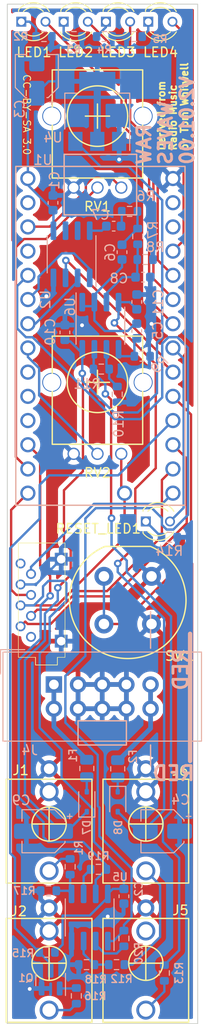
<source format=kicad_pcb>
(kicad_pcb (version 20221018) (generator pcbnew)
  (title_block (title "Raw Waves v2") (company "Sherpa Modular"))
  (layers (0 "F.Cu" signal) (31 "B.Cu" signal) (34 "B.Paste" user) (35 "F.Paste" user) (36 "B.SilkS" user "B.Silkscreen") (37 "F.SilkS" user "F.Silkscreen") (38 "B.Mask" user) (39 "F.Mask" user) (44 "Edge.Cuts" user))
  (net 0 "")
  (net 1 "GND")
  (net 4 "Net-(LED1-K)")
  (net 5 "5.0V")
  (net 9 "DAC_RIGHT_OUT")
  (net 10 "Net-(J1-Pad3)")
  (net 13 "Net-(J3-CLK)")
  (net 15 "Net-(U1-14_A0_TX3_SPDIF_OUT)")
  (net 16 "DAC_DATA_IN")
  (net 17 "DAC_WORD_SELECT")
  (net 18 "DAC_BIT_CLOCK")
  (net 20 "Net-(LED2-K)")
  (net 21 "Net-(J3-DAT3{slash}CD)")
  (net 23 "Net-(U6A--)")
  (net 24 "Net-(U6B-+)")
  (net 25 "Net-(C6-Pad1)")
  (net 26 "Net-(J6-Pad3)")
  (net 27 "Net-(C7-Pad2)")
  (net 28 "Net-(U6A-+)")
  (net 29 "Net-(U6B--)")
  (net 30 "Net-(R11-Pad1)")
  (net 31 "3.3V")
  (net 32 "Net-(U5B-+)")
  (net 33 "RESET_CV_PROTECTED")
  (net 34 "Net-(LED3-K)")
  (net 36 "Net-(J3-CMD)")
  (net 37 "+12V")
  (net 38 "-12V")
  (net 40 "Net-(J5-Pad3)")
  (net 41 "Net-(Q1-B)")
  (net 42 "Net-(J2-Pad3)")
  (net 43 "Net-(U5A-+)")
  (net 44 "Net-(U5B--)")
  (net 45 "STATION_CV_PROTECTED")
  (net 46 "Net-(U5A--)")
  (net 47 "START_CV_PROTECTED")
  (net 48 "Net-(U1-19_A5_SCL0)")
  (net 49 "Net-(D7-A)")
  (net 50 "Net-(D8-K)")
  (net 51 "Net-(F1-Pad2)")
  (net 52 "Net-(F2-Pad2)")
  (net 53 "Net-(J3-DAT0)")
  (net 54 "Net-(LED4-K)")
  (net 55 "LED1")
  (net 56 "Net-(RESET_LED1-K)")
  (net 57 "LED2")
  (net 58 "LED3")
  (net 59 "LED4")
  (net 60 "LED_RESET")
  (net 61 "RESET_BUTTON")
  (footprint "Eurocad:Alpha9mmPot" (layer "F.Cu") (at 99.47 56.75)
    (fp_text reference "RV1")
    (fp_text value "R_STATION")
  )
  (footprint "LED_THT:LED_D3.0mm" (layer "F.Cu") (at 97.19 46.84)
    (fp_text reference "LED2")
    (fp_text value "LED2" hide)
  )
  (footprint "sdcard:YAMAICHI_MICROSD_VERTICAL" (layer "F.Cu") (at 92.49 107.55 90)
    (fp_text reference "J3" hide)
    (fp_text value "Micro_SD_Card" hide)
  )
  (footprint "LED_THT:LED_D3.0mm" (layer "F.Cu") (at 106.08 46.84)
    (fp_text reference "LED4")
    (fp_text value "LED4" hide)
  )
  (footprint "LED_THT:LED_D3.0mm" (layer "F.Cu") (at 92.74 46.84)
    (fp_text reference "LED1")
    (fp_text value "LED1" hide)
  )
  (footprint "Eurocad:PJ301M-12_Compact" (layer "F.Cu") (at 94.39 145.65 180)
    (fp_text reference "J2")
    (fp_text value "RESET-CV")
  )
  (footprint "Eurocad:PJ301M-12_Compact" (layer "F.Cu") (at 94.39 131.04 180)
    (fp_text reference "J1")
    (fp_text value "STATION_CV")
  )
  (footprint "LED_THT:LED_D3.0mm" (layer "F.Cu") (at 105.82 99.29)
    (fp_text reference "RESET_LED1")
    (fp_text value "RESET_LED" hide)
  )
  (footprint "Eurocad:PJ301M-12_Compact" (layer "F.Cu") (at 104.55 131.04 180)
    (fp_text reference "J6")
    (fp_text value "START_CV")
  )
  (footprint "Button_Switch_THT:Push_E-Switch_KS01Q01" (layer "F.Cu") (at 102.65 107.55 180)
    (fp_text reference "SW1")
    (fp_text value "SW_DIP_x01" hide)
  )
  (footprint "Eurocad:Alpha9mmPot" (layer "F.Cu") (at 99.47 84.69)
    (fp_text reference "RV2")
    (fp_text value "R_START")
  )
  (footprint "Eurocad:PJ301M-12_Compact" (layer "F.Cu") (at 104.55 145.65 180)
    (fp_text reference "J5")
    (fp_text value "OUTPUT")
  )
  (footprint "LED_THT:LED_D3.0mm" (layer "F.Cu") (at 101.63 46.84)
    (fp_text reference "LED3")
    (fp_text value "LED3" hide)
  )
  (footprint "Resistor_SMD:R_0603_1608Metric" (layer "B.Cu") (at 100.2 48.4)
    (fp_text reference "R4")
    (fp_text value "10k" hide)
  )
  (footprint "Capacitor_SMD:CP_Elec_4x5.4" (layer "B.Cu") (at 93.1 52.55 90)
    (fp_text reference "C3")
    (fp_text value "10uF" hide)
  )
  (footprint "Capacitor_SMD:C_0603_1608Metric" (layer "B.Cu") (at 103.6 76.25 90)
    (fp_text reference "C11")
    (fp_text value "100nF" hide)
  )
  (footprint "Resistor_SMD:R_0603_1608Metric" (layer "B.Cu") (at 101.55 85.95 -90)
    (fp_text reference "R10")
    (fp_text value "10k" hide)
  )
  (footprint "Resistor_SMD:R_0603_1608Metric" (layer "B.Cu") (at 97.25 149.075 -90)
    (fp_text reference "R16")
    (fp_text value "100k" hide)
  )
  (footprint "Resistor_SMD:R_0603_1608Metric" (layer "B.Cu") (at 99.575 135.8)
    (fp_text reference "R19")
    (fp_text value "100k" hide)
  )
  (footprint "Resistor_SMD:R_0603_1608Metric" (layer "B.Cu") (at 104.475 71.8 180)
    (fp_text reference "R8")
    (fp_text value "100k" hide)
  )
  (footprint "Resistor_SMD:R_0603_1608Metric" (layer "B.Cu") (at 94.325 138.05 180)
    (fp_text reference "R17")
    (fp_text value "200k" hide)
  )
  (footprint "Diode_SMD:D_SOD-323" (layer "B.Cu") (at 101.6 128.7 -90)
    (fp_text reference "D8")
    (fp_text value "1N5819" hide)
  )
  (footprint "teensy:Teensy4.0-RawWavesV2" (layer "B.Cu") (at 99.78 79.81 -90)
    (fp_text reference "U1")
    (fp_text value "Teensy4.0")
  )
  (footprint "Capacitor_SMD:C_0603_1608Metric" (layer "B.Cu") (at 102.25 138.625 90)
    (fp_text reference "C2")
    (fp_text value "100nF" hide)
  )
  (footprint "Resistor_SMD:R_0603_1608Metric" (layer "B.Cu") (at 106.5 146.675 90)
    (fp_text reference "R13")
    (fp_text value "1k" hide)
  )
  (footprint "Resistor_SMD:R_0805_2012Metric" (layer "B.Cu") (at 101.6 125.25 90)
    (fp_text reference "F2")
    (fp_text value "Polyfuse_Small" hide)
  )
  (footprint "Package_SO:SOIC-8_3.9x4.9mm_P1.27mm" (layer "B.Cu") (at 96.75 71.25 90)
    (fp_text reference "U2")
    (fp_text value "PT8211" hide)
  )
  (footprint "Resistor_SMD:R_0603_1608Metric" (layer "B.Cu") (at 99.875 83.3)
    (fp_text reference "R11")
    (fp_text value "120k")
  )
  (footprint "Resistor_SMD:R_0603_1608Metric" (layer "B.Cu") (at 101.475 145.8 180)
    (fp_text reference "R12")
    (fp_text value "100k" hide)
  )
  (footprint "Resistor_SMD:R_0805_2012Metric" (layer "B.Cu") (at 98.35 125.2125 90)
    (fp_text reference "F1")
    (fp_text value "Polyfuse_Small" hide)
  )
  (footprint "Package_SO:SOIC-8_3.9x4.9mm_P1.27mm" (layer "B.Cu") (at 98.65 140.85 90)
    (fp_text reference "U5")
    (fp_text value "MCP6002-xSN" hide)
  )
  (footprint "Resistor_SMD:R_0603_1608Metric" (layer "B.Cu") (at 96.6 135.525 -90)
    (fp_text reference "R1")
    (fp_text value "100k" hide)
  )
  (footprint "Resistor_SMD:R_0603_1608Metric" (layer "B.Cu") (at 103.7 69.375 -90)
    (fp_text reference "R7")
    (fp_text value "5.6k" hide)
  )
  (footprint "Package_TO_SOT_SMD:SOT-223-3_TabPin2" (layer "B.Cu") (at 99.45 56.25 90)
    (fp_text reference "U4")
    (fp_text value "LM1117MP-5.0" hide)
  )
  (footprint "Package_TO_SOT_SMD:SOT-23" (layer "B.Cu") (at 94.55 147.3625 90)
    (fp_text reference "Q1")
    (fp_text value "MMBT3904" hide)
  )
  (footprint "Resistor_SMD:R_0603_1608Metric" (layer "B.Cu") (at 102.25 143.05 90)
    (fp_text reference "R20")
    (fp_text value "100k" hide)
  )
  (footprint "Package_SO:SOIC-8_3.9x4.9mm_P1.27mm" (layer "B.Cu") (at 99.78 78.75 -90)
    (fp_text reference "U6")
    (fp_text value "TL072" hide)
  )
  (footprint "Resistor_SMD:R_0603_1608Metric" (layer "B.Cu") (at 94.175 144.5 180)
    (fp_text reference "R15")
    (fp_text value "10k" hide)
  )
  (footprint "Capacitor_SMD:C_0603_1608Metric" (layer "B.Cu") (at 96.05 79.45 -90)
    (fp_text reference "C10")
    (fp_text value "100nF" hide)
  )
  (footprint "Capacitor_SMD:CP_Elec_4x5.4" (layer "B.Cu") (at 93.8 131.8 180)
    (fp_text reference "C9")
    (fp_text value "10uF" hide)
  )
  (footprint "Capacitor_SMD:C_0603_1608Metric" (layer "B.Cu") (at 104.25 73.65 180)
    (fp_text reference "C8")
    (fp_text value "1nF" hide)
  )
  (footprint "Diode_SMD:D_SOD-323" (layer "B.Cu") (at 98.35 128.7 90)
    (fp_text reference "D7")
    (fp_text value "1N5819" hide)
  )
  (footprint "Capacitor_SMD:C_0603_1608Metric" (layer "B.Cu") (at 94.8 65.85 90)
    (fp_text reference "C1")
    (fp_text value "100nf" hide)
  )
  (footprint "Resistor_SMD:R_0603_1608Metric" (layer "B.Cu") (at 93.85 48.4)
    (fp_text reference "R2")
    (fp_text value "10k" hide)
  )
  (footprint "Resistor_SMD:R_0603_1608Metric" (layer "B.Cu") (at 103.35 48.4 180)
    (fp_text reference "R5")
    (fp_text value "10k" hide)
  )
  (footprint "Capacitor_SMD:C_0603_1608Metric" (layer "B.Cu") (at 101.175 68.3)
    (fp_text reference "C7")
    (fp_text value "100nF" hide)
  )
  (footprint "Resistor_SMD:R_0603_1608Metric" (layer "B.Cu") (at 102.85 66.75)
    (fp_text reference "R6")
    (fp_text value "5.6k" hide)
  )
  (footprint "Capacitor_SMD:CP_Elec_4x5.4" (layer "B.Cu") (at 106.3 131.8 180)
    (fp_text reference "C4")
    (fp_text value "10uF" hide)
  )
  (footprint "Resistor_SMD:R_0603_1608Metric" (layer "B.Cu") (at 104.175 81.95)
    (fp_text reference "R9")
    (fp_text value "330k" hide)
  )
  (footprint "Capacitor_SMD:C_0603_1608Metric" (layer "B.Cu") (at 102.05 71.025 -90)
    (fp_text reference "C6")
    (fp_text value "1nF" hide)
  )
  (footprint "Eurocad:Eurorack_power_header" (layer "B.Cu") (at 94.89 116.4 -90)
    (fp_text reference "J4")
    (fp_text value "EURO_PWR_2x5" hide)
  )
  (footprint "Capacitor_SMD:C_0603_1608Metric" (layer "B.Cu") (at 103.6 79.3 -90)
    (fp_text reference "C5")
    (fp_text value "100nF" hide)
  )
  (footprint "Resistor_SMD:R_0603_1608Metric" (layer "B.Cu") (at 107.025 100.95)
    (fp_text reference "R14")
    (fp_text value "10k" hide)
  )
  (footprint "Resistor_SMD:R_0603_1608Metric" (layer "B.Cu") (at 98.325 145.8 180)
    (fp_text reference "R18")
    (fp_text value "200k" hide)
  )
  (footprint "Resistor_SMD:R_0603_1608Metric" (layer "B.Cu") (at 97 48.4)
    (fp_text reference "R3")
    (fp_text value "10k" hide)
  )
  (gr_line (start 109.2 111.075) (end 109.2 124.425) (stroke (width 0.45)) (layer "B.SilkS"))
  (gr_rect locked (start 90 45) (end 110 152) (stroke (width 0.1)) (fill none) (layer "Edge.Cuts"))
  (gr_text "RED" (at 109.1 112.45 90) (layer "B.SilkS") (effects (font (size 1.5 1.5) (thickness 0.3) bold) (justify left bottom mirror)))
  (gr_text "RED" (at 109.85 126.6) (layer "B.SilkS") (effects (font (size 1.5 1.5) (thickness 0.3) bold) (justify left bottom mirror)))
  (gr_text "RAW\nWAVES\nV2.01.00" (at 109.7 62 90) (layer "B.SilkS") (effects (font (size 1.4 1.4) (thickness 0.3) bold) (justify right bottom mirror)))
  (gr_text "CC-BY-SA 3.0" (at 91.6 52.3 270) (layer "F.SilkS") (effects (font (size 0.75 0.75) (thickness 0.1)) (justify left bottom)))
  (gr_text "Derived from\nRadio Music\nby Tom Whitwell" (at 109.05 60.45 90) (layer "F.SilkS") (effects (font (size 0.75 0.75) (thickness 0.1875) bold) (justify left bottom)))
  (via (at 92.35 148.35) (size 0.8) (drill 0.4) (layers "F.Cu" "B.Cu") (net 1))
  (via (at 101.75 61.3) (size 0.8) (drill 0.4) (layers "F.Cu" "B.Cu") (net 1))
  (via (at 100.55 140.75) (size 0.8) (drill 0.4) (layers "F.Cu" "B.Cu") (net 1))
  (via (at 97.85 78.7) (size 0.8) (drill 0.4) (layers "F.Cu" "B.Cu") (net 1))
  (via (at 94.1 75.65) (size 0.8) (drill 0.4) (layers "F.Cu" "B.Cu") (net 1))
  (via (at 105.15 78.55) (size 0.8) (drill 0.4) (layers "F.Cu" "B.Cu") (net 1))
  (segment (start 94.675 48.4) (end 94.675 49.175) (width 0.5) (layer "B.Cu") (net 1))
  (segment (start 102.51 118.94) (end 99.97 118.94) (width 0.5) (layer "B.Cu") (net 1))
  (segment (start 102.51 116.4) (end 99.97 116.4) (width 0.5) (layer "B.Cu") (net 1))
  (segment (start 97.43 118.94) (end 99.97 118.94) (width 0.5) (layer "B.Cu") (net 1))
  (segment (start 99.97 116.4) (end 99.97 118.94) (width 0.5) (layer "B.Cu") (net 1))
  (segment (start 97.43 116.4) (end 97.43 118.94) (width 0.5) (layer "B.Cu") (net 1))
  (segment (start 95.66 103.25) (end 93.01 105.9) (width 0.25) (layer "B.Cu") (net 1))
  (segment (start 94.675 49.175) (end 93.1 50.75) (width 0.5) (layer "B.Cu") (net 1))
  (segment (start 93.01 105.9) (end 91.39 105.9) (width 0.25) (layer "B.Cu") (net 1))
  (segment (start 102.51 116.4) (end 102.51 118.94) (width 0.5) (layer "B.Cu") (net 1))
  (segment (start 97.43 116.4) (end 99.97 116.4) (width 0.5) (layer "B.Cu") (net 1))
  (segment (start 91.47 46.84) (end 92.34 46.84) (width 0.25) (layer "B.Cu") (net 4))
  (segment (start 92.34 46.84) (end 93.025 47.525) (width 0.25) (layer "B.Cu") (net 4))
  (segment (start 93.025 47.525) (end 93.025 48.4) (width 0.25) (layer "B.Cu") (net 4))
  (segment (start 92.16 55.29) (end 93.1 54.35) (width 0.25) (layer "B.Cu") (net 5))
  (segment (start 92.16 63.3) (end 92.16 55.29) (width 0.25) (layer "B.Cu") (net 5))
  (segment (start 93.1 54.35) (end 94.35 53.1) (width 0.25) (layer "B.Cu") (net 5))
  (segment (start 92.16 63.985) (end 92.16 63.3) (width 0.25) (layer "B.Cu") (net 5))
  (segment (start 99.45 59.4) (end 99.45 53.1) (width 0.75) (layer "B.Cu") (net 5))
  (segment (start 94.845 68.775) (end 94.845 66.67) (width 0.25) (layer "B.Cu") (net 5))
  (segment (start 94.8 66.625) (end 92.16 63.985) (width 0.25) (layer "B.Cu") (net 5))
  (segment (start 94.845 66.67) (end 94.8 66.625) (width 0.25) (layer "B.Cu") (net 5))
  (segment (start 94.35 53.1) (end 99.45 53.1) (width 0.25) (layer "B.Cu") (net 5))
  (segment (start 99.925 68.775) (end 100.4 68.3) (width 0.25) (layer "B.Cu") (net 9))
  (segment (start 98.655 68.775) (end 99.925 68.775) (width 0.25) (layer "B.Cu") (net 9))
  (segment (start 94.39 135.96) (end 95.65 134.7) (width 0.25) (layer "B.Cu") (net 10))
  (segment (start 95.65 134.7) (end 96.6 134.7) (width 0.25) (layer "B.Cu") (net 10))
  (segment (start 90.4 106.45) (end 90.4 98.08) (width 0.25) (layer "F.Cu") (net 13))
  (segment (start 90.95 107) (end 90.4 106.45) (width 0.25) (layer "F.Cu") (net 13))
  (segment (start 90.4 98.08) (end 92.16 96.32) (width 0.25) (layer "F.Cu") (net 13))
  (segment (start 92.49 107) (end 90.95 107) (width 0.25) (layer "F.Cu") (net 13))
  (segment (start 90.9 70.5) (end 90.9 92.52) (width 0.25) (layer "F.Cu") (net 15))
  (segment (start 99.47 64.25) (end 94.07 69.65) (width 0.25) (layer "F.Cu") (net 15))
  (segment (start 90.9 92.52) (end 92.16 93.78) (width 0.25) (layer "F.Cu") (net 15))
  (segment (start 91.75 69.65) (end 90.9 70.5) (width 0.25) (layer "F.Cu") (net 15))
  (segment (start 94.07 69.65) (end 91.75 69.65) (width 0.25) (layer "F.Cu") (net 15))
  (segment (start 97.73 73.38) (end 96.25 71.9) (width 0.25) (layer "F.Cu") (net 16))
  (segment (start 97.73 73.38) (end 106.275 81.925) (width 0.25) (layer "F.Cu") (net 16))
  (segment (start 106.275 81.925) (end 106.275 82.495) (width 0.25) (layer "F.Cu") (net 16))
  (segment (start 106.275 82.495) (end 107.4 83.62) (width 0.25) (layer "F.Cu") (net 16))
  (via (at 96.15 71.9) (size 0.8) (drill 0.4) (layers "F.Cu" "B.Cu") (net 16))
  (segment (start 96.15 73.69) (end 96.115 73.725) (width 0.25) (layer "B.Cu") (net 16))
  (segment (start 96.15 71.9) (end 96.15 73.69) (width 0.25) (layer "B.Cu") (net 16))
  (segment (start 92.946751 78.54) (end 92.16 78.54) (width 0.25) (layer "B.Cu") (net 17))
  (segment (start 97.385 73.725) (end 97.385 74.101751) (width 0.25) (layer "B.Cu") (net 17))
  (segment (start 97.385 74.101751) (end 92.946751 78.54) (width 0.25) (layer "B.Cu") (net 17))
  (segment (start 97 71.15) (end 95.735 71.15) (width 0.25) (layer "B.Cu") (net 18))
  (segment (start 93.285 74.875) (end 92.16 76) (width 0.25) (layer "B.Cu") (net 18))
  (segment (start 95.735 71.15) (end 93.285 73.6) (width 0.25) (layer "B.Cu") (net 18))
  (segment (start 98.655 72.805) (end 97 71.15) (width 0.25) (layer "B.Cu") (net 18))
  (segment (start 93.285 73.6) (end 93.285 74.875) (width 0.25) (layer "B.Cu") (net 18))
  (segment (start 98.655 73.725) (end 98.655 72.805) (width 0.25) (layer "B.Cu") (net 18))
  (segment (start 95.92 46.84) (end 95.92 48.145) (width 0.25) (layer "B.Cu") (net 20))
  (segment (start 95.92 48.145) (end 96.175 48.4) (width 0.25) (layer "B.Cu") (net 20))
  (segment (start 97.448959 107.15) (end 101.176167 107.15) (width 0.25) (layer "F.Cu") (net 21))
  (segment (start 94.548959 110.05) (end 97.448959 107.15) (width 0.25) (layer "F.Cu") (net 21))
  (segment (start 108.85 99.476167) (end 108.85 92.69) (width 0.25) (layer "F.Cu") (net 21))
  (segment (start 92.137918 110.05) (end 94.548959 110.05) (width 0.25) (layer "F.Cu") (net 21))
  (segment (start 101.176167 107.15) (end 108.85 99.476167) (width 0.25) (layer "F.Cu") (net 21))
  (segment (start 108.85 92.69) (end 107.4 91.24) (width 0.25) (layer "F.Cu") (net 21))
  (segment (start 91.888959 109.801041) (end 92.137918 110.05) (width 0.25) (layer "F.Cu") (net 21))
  (segment (start 91.39 110.3) (end 91.888959 109.801041) (width 0.25) (layer "F.Cu") (net 21))
  (segment (start 100.25 79.3) (end 99.145 78.195) (width 0.25) (layer "B.Cu") (net 23))
  (segment (start 99.145 76.7) (end 99.145 75.505) (width 0.25) (layer "B.Cu") (net 23))
  (segment (start 102.05 72.6) (end 99.145 75.505) (width 0.25) (layer "B.Cu") (net 23))
  (segment (start 103.6 78.35) (end 102.65 79.3) (width 0.25) (layer "B.Cu") (net 23))
  (segment (start 97.875 76.7) (end 99.145 76.7) (width 0.25) (layer "B.Cu") (net 23))
  (segment (start 102.65 79.3) (end 100.25 79.3) (width 0.25) (layer "B.Cu") (net 23))
  (segment (start 102.05 71.8) (end 102.05 72.6) (width 0.25) (layer "B.Cu") (net 23))
  (segment (start 99.145 78.195) (end 99.145 76.7) (width 0.25) (layer "B.Cu") (net 23))
  (segment (start 103.35 81.95) (end 103.35 80.5) (width 0.25) (layer "B.Cu") (net 24))
  (segment (start 103.35 81.95) (end 101.985 81.95) (width 0.25) (layer "B.Cu") (net 24))
  (segment (start 103.35 80.5) (end 103.6 80.25) (width 0.25) (layer "B.Cu") (net 24))
  (segment (start 101.985 81.95) (end 101.685 81.65) (width 0.25) (layer "B.Cu") (net 24))
  (segment (start 102.05 70.25) (end 102.05 70.2) (width 0.25) (layer "B.Cu") (net 25))
  (segment (start 102.05 70.2) (end 103.7 68.55) (width 0.25) (layer "B.Cu") (net 25))
  (segment (start 103.675 66.75) (end 103.675 68.525) (width 0.25) (layer "B.Cu") (net 25))
  (segment (start 103.675 68.525) (end 103.7 68.55) (width 0.25) (layer "B.Cu") (net 25))
  (segment (start 106.05 142.9) (end 103.15 145.8) (width 0.25) (layer "B.Cu") (net 26))
  (segment (start 106.05 137.46) (end 106.05 142.9) (width 0.25) (layer "B.Cu") (net 26))
  (segment (start 103.15 145.8) (end 102.3 145.8) (width 0.25) (layer "B.Cu") (net 26))
  (segment (start 104.55 135.96) (end 106.05 137.46) (width 0.25) (layer "B.Cu") (net 26))
  (segment (start 102.025 66.75) (end 102.025 68.225) (width 0.25) (layer "B.Cu") (net 27))
  (segment (start 102.025 68.225) (end 101.95 68.3) (width 0.25) (layer "B.Cu") (net 27))
  (segment (start 100.415 75.353) (end 102.118 73.65) (width 0.25) (layer "B.Cu") (net 28))
  (segment (start 100.415 76.275) (end 100.415 75.353) (width 0.25) (layer "B.Cu") (net 28))
  (segment (start 103.65 71.8) (end 103.65 73.475) (width 0.25) (layer "B.Cu") (net 28))
  (segment (start 102.118 73.65) (end 103.475 73.65) (width 0.25) (layer "B.Cu") (net 28))
  (segment (start 103.7 71.75) (end 103.65 71.8) (width 0.25) (layer "B.Cu") (net 28))
  (segment (start 103.65 73.475) (end 103.475 73.65) (width 0.25) (layer "B.Cu") (net 28))
  (segment (start 103.65 73.3) (end 103.3 73.65) (width 0.25) (layer "B.Cu") (net 28))
  (segment (start 103.7 70.2) (end 103.7 71.75) (width 0.25) (layer "B.Cu") (net 28))
  (segment (start 100.415 81.65) (end 100.415 83.34) (width 0.25) (layer "B.Cu") (net 29))
  (segment (start 100.7 83.3) (end 100.7 84.275) (width 0.25) (layer "B.Cu") (net 29))
  (segment (start 100.7 84.275) (end 101.55 85.125) (width 0.25) (layer "B.Cu") (net 29))
  (segment (start 100.415 83.34) (end 100.725 83.65) (width 0.25) (layer "B.Cu") (net 29))
  (segment (start 100.905 86.505) (end 100.3 85.9) (width 0.25) (layer "F.Cu") (net 30))
  (segment (start 100.95 98.95) (end 100.905 98.905) (width 0.25) (layer "F.Cu") (net 30))
  (segment (start 100.905 98.905) (end 100.905 86.505) (width 0.25) (layer "F.Cu") (net 30))
  (via (at 100.95 98.95) (size 0.8) (drill 0.4) (layers "F.Cu" "B.Cu") (net 30))
  (via (at 100.3 85.9) (size 0.8) (drill 0.4) (layers "F.Cu" "B.Cu") (net 30))
  (segment (start 107.2 109.25) (end 107.2 129.75) (width 0.25) (layer "B.Cu") (net 30))
  (segment (start 100.95 98.95) (end 100.95 101.8) (width 0.25) (layer "B.Cu") (net 30))
  (segment (start 100.3 84.875) (end 100.3 85.9) (width 0.25) (layer "B.Cu") (net 30))
  (segment (start 99.075 83.65) (end 99.075 81.72) (width 0.25) (layer "B.Cu") (net 30))
  (segment (start 99.075 83.65) (end 100.3 84.875) (width 0.25) (layer "B.Cu") (net 30))
  (segment (start 107.2 129.75) (end 106.35 130.6) (width 0.25) (layer "B.Cu") (net 30))
  (segment (start 102.55 104.6) (end 107.2 109.25) (width 0.25) (layer "B.Cu") (net 30))
  (segment (start 108.05 134.6) (end 108.05 144.3) (width 0.25) (layer "B.Cu") (net 30))
  (segment (start 106.35 132.9) (end 108.05 134.6) (width 0.25) (layer "B.Cu") (net 30))
  (segment (start 102.55 103.4) (end 102.55 104.6) (width 0.25) (layer "B.Cu") (net 30))
  (segment (start 106.35 130.6) (end 106.35 132.9) (width 0.25) (layer "B.Cu") (net 30))
  (segment (start 99.075 81.72) (end 99.145 81.65) (width 0.25) (layer "B.Cu") (net 30))
  (segment (start 108.05 144.3) (end 106.5 145.85) (width 0.25) (layer "B.Cu") (net 30))
  (segment (start 100.95 101.8) (end 102.55 103.4) (width 0.25) (layer "B.Cu") (net 30))
  (segment (start 91.39 108.1) (end 95.226167 108.1) (width 0.25) (layer "F.Cu") (net 31))
  (segment (start 98.25 64.55) (end 94.45 68.35) (width 0.25) (layer "F.Cu") (net 31))
  (segment (start 94.45 68.35) (end 92.19 68.35) (width 0.25) (layer "F.Cu") (net 31))
  (segment (start 100.77 63.05) (end 99.15 63.05) (width 0.25) (layer "F.Cu") (net 31))
  (segment (start 102.32 101.006167) (end 102.32 96.32) (width 0.25) (layer "F.Cu") (net 31))
  (segment (start 99.15 63.05) (end 98.25 63.95) (width 0.25) (layer "F.Cu") (net 31))
  (segment (start 101.97 92.19) (end 101.97 95.97) (width 0.25) (layer "F.Cu") (net 31))
  (segment (start 101.97 64.25) (end 100.77 63.05) (width 0.25) (layer "F.Cu") (net 31))
  (segment (start 92.19 68.35) (end 92.16 68.38) (width 0.25) (layer "F.Cu") (net 31))
  (segment (start 95.226167 108.1) (end 102.32 101.006167) (width 0.25) (layer "F.Cu") (net 31))
  (segment (start 101.97 95.97) (end 102.32 96.32) (width 0.25) (layer "F.Cu") (net 31))
  (segment (start 98.25 63.95) (end 98.25 64.55) (width 0.25) (layer "F.Cu") (net 31))
  (segment (start 102.25 137.85) (end 102.25 136.05) (width 0.25) (layer "B.Cu") (net 31))
  (segment (start 93.75 107.15) (end 92.8 108.1) (width 0.25) (layer "B.Cu") (net 31))
  (segment (start 99.1 132.9) (end 99.1 129.581282) (width 0.25) (layer "B.Cu") (net 31))
  (segment (start 94.45 112.1) (end 94.45 109.35) (width 0.25) (layer "B.Cu") (net 31))
  (segment (start 94.45 109.35) (end 96.2 107.6) (width 0.25) (layer "B.Cu") (net 31))
  (segment (start 100.555 138.375) (end 100.555 138.751751) (width 0.25) (layer "B.Cu") (net 31))
  (segment (start 95.7 123.25) (end 93.4 120.95) (width 0.25) (layer "B.Cu") (net 31))
  (segment (start 95.808084 143.691916) (end 95 144.5) (width 0.25) (layer "B.Cu") (net 31))
  (segment (start 92.8 108.1) (end 91.39 108.1) (width 0.25) (layer "B.Cu") (net 31))
  (segment (start 100.555 138.751751) (end 98.656751 140.65) (width 0.25) (layer "B.Cu") (net 31))
  (segment (start 95.975 105.525) (end 94.325 105.525) (width 0.25) (layer "B.Cu") (net 31))
  (segment (start 98.656751 140.65) (end 95.808084 140.65) (width 0.25) (layer "B.Cu") (net 31))
  (segment (start 96.2 107.6) (end 96.2 105.75) (width 0.25) (layer "B.Cu") (net 31))
  (segment (start 102.25 136.05) (end 99.1 132.9) (width 0.25) (layer "B.Cu") (net 31))
  (segment (start 95.808084 140.65) (end 95.808084 143.691916) (width 0.25) (layer "B.Cu") (net 31))
  (segment (start 95.7 126.181282) (end 95.7 123.25) (width 0.25) (layer "B.Cu") (net 31))
  (segment (start 93.75 106.1) (end 93.75 107.15) (width 0.25) (layer "B.Cu") (net 31))
  (segment (start 94.325 105.525) (end 93.75 106.1) (width 0.25) (layer "B.Cu") (net 31))
  (segment (start 96.2 105.75) (end 95.975 105.525) (width 0.25) (layer "B.Cu") (net 31))
  (segment (start 102.25 137.85) (end 101.08 137.85) (width 0.25) (layer "B.Cu") (net 31))
  (segment (start 101.08 137.85) (end 100.555 138.375) (width 0.25) (layer "B.Cu") (net 31))
  (segment (start 93.4 113.15) (end 94.45 112.1) (width 0.25) (layer "B.Cu") (net 31))
  (segment (start 99.1 129.581282) (end 95.7 126.181282) (width 0.25) (layer "B.Cu") (net 31))
  (segment (start 93.4 120.95) (end 93.4 113.15) (width 0.25) (layer "B.Cu") (net 31))
  (segment (start 96.6 136.35) (end 96.6 138.23) (width 0.25) (layer "B.Cu") (net 32))
  (segment (start 96.42 138.05) (end 96.745 138.375) (width 0.25) (layer "B.Cu") (net 32))
  (segment (start 96.6 138.23) (end 96.745 138.375) (width 0.25) (layer "B.Cu") (net 32))
  (segment (start 95.15 138.05) (end 96.42 138.05) (width 0.25) (layer "B.Cu") (net 32))
  (segment (start 93.4 95.45) (end 94.4 94.45) (width 0.25) (layer "B.Cu") (net 33))
  (segment (start 93.35 144.5) (end 90.8 141.95) (width 0.25) (layer "B.Cu") (net 33))
  (segment (start 90.8 134.6) (end 90.3 134.1) (width 0.25) (layer "B.Cu") (net 33))
  (segment (start 90.3 134.1) (end 90.3 102.1) (width 0.25) (layer "B.Cu") (net 33))
  (segment (start 90.3 102.1) (end 93.4 99) (width 0.25) (layer "B.Cu") (net 33))
  (segment (start 94.55 145.7) (end 93.35 144.5) (width 0.25) (layer "B.Cu") (net 33))
  (segment (start 93.4 99) (end 93.4 95.45) (width 0.25) (layer "B.Cu") (net 33))
  (segment (start 94.55 146.425) (end 94.55 145.7) (width 0.25) (layer "B.Cu") (net 33))
  (segment (start 101.65 94.45) (end 107.4 88.7) (width 0.25) (layer "B.Cu") (net 33))
  (segment (start 90.8 141.95) (end 90.8 134.6) (width 0.25) (layer "B.Cu") (net 33))
  (segment (start 94.4 94.45) (end 101.65 94.45) (width 0.25) (layer "B.Cu") (net 33))
  (segment (start 100.36 46.84) (end 100.36 47.415) (width 0.25) (layer "B.Cu") (net 34))
  (segment (start 100.36 47.415) (end 99.375 48.4) (width 0.25) (layer "B.Cu") (net 34))
  (segment (start 92.49 109.2) (end 93.14 108.55) (width 0.25) (layer "F.Cu") (net 36))
  (segment (start 100.473833 106.6) (end 106.24 100.833833) (width 0.25) (layer "F.Cu") (net 36))
  (segment (start 93.14 108.55) (end 95.412563 108.55) (width 0.25) (layer "F.Cu") (net 36))
  (segment (start 106.24 100.833833) (end 106.24 94.94) (width 0.25) (layer "F.Cu") (net 36))
  (segment (start 106.24 94.94) (end 107.4 93.78) (width 0.25) (layer "F.Cu") (net 36))
  (segment (start 97.362563 106.6) (end 100.473833 106.6) (width 0.25) (layer "F.Cu") (net 36))
  (segment (start 95.412563 108.55) (end 97.362563 106.6) (width 0.25) (layer "F.Cu") (net 36))
  (segment (start 96.66 104.89) (end 96.66 102.25) (width 0.25) (layer "F.Cu") (net 37))
  (segment (start 95.3 106.25) (end 96.66 104.89) (width 0.25) (layer "F.Cu") (net 37))
  (segment (start 96.66 102.25) (end 95.95 101.54) (width 0.25) (layer "F.Cu") (net 37))
  (segment (start 95.95 101.54) (end 95.95 96.019009) (width 0.25) (layer "F.Cu") (net 37))
  (segment (start 97.945 94.024009) (end 97.945 83.82) (width 0.25) (layer "F.Cu") (net 37))
  (segment (start 97.945 83.82) (end 97.875 83.75) (width 0.25) (layer "F.Cu") (net 37))
  (segment (start 95.95 96.019009) (end 97.945 94.024009) (width 0.25) (layer "F.Cu") (net 37))
  (via (at 97.875 83.75) (size 0.8) (drill 0.4) (layers "F.Cu" "B.Cu") (net 37))
  (via (at 95.3 106.25) (size 0.8) (drill 0.4) (layers "F.Cu" "B.Cu") (net 37))
  (segment (start 93.028478 112.7) (end 92.986396 112.7) (width 0.25) (layer "B.Cu") (net 37))
  (segment (start 96.05 80.4) (end 96.625 80.4) (width 0.25) (layer "B.Cu") (net 37))
  (segment (start 97.875 84.525) (end 97.875 81.65) (width 0.25) (layer "B.Cu") (net 37))
  (segment (start 91.85 113.836396) (end 91.85 128.05) (width 0.25) (layer "B.Cu") (net 37))
  (segment (start 92.986396 112.7) (end 91.85 113.836396) (width 0.25) (layer "B.Cu") (net 37))
  (segment (start 106.275 65.575) (end 106.275 79.977613) (width 0.25) (layer "B.Cu") (net 37))
  (segment (start 105.725 80.527613) (end 105.725 85.825) (width 0.25) (layer "B.Cu") (net 37))
  (segment (start 103.7 87.85) (end 101.2 87.85) (width 0.25) (layer "B.Cu") (net 37))
  (segment (start 99.8 62.05) (end 102.75 62.05) (width 0.25) (layer "B.Cu") (net 37))
  (segment (start 101.2 87.85) (end 97.875 84.525) (width 0.25) (layer "B.Cu") (net 37))
  (segment (start 98.35 129.75) (end 96.3 131.8) (width 0.25) (layer "B.Cu") (net 37))
  (segment (start 95.3 106.25) (end 95.3 107.6) (width 0.25) (layer "B.Cu") (net 37))
  (segment (start 93.95 111.778478) (end 93.028478 112.7) (width 0.25) (layer "B.Cu") (net 37))
  (segment (start 105.725 85.825) (end 103.7 87.85) (width 0.25) (layer "B.Cu") (net 37))
  (segment (start 97.875 83.75) (end 97.775 83.85) (width 0.25) (layer "B.Cu") (net 37))
  (segment (start 96.3 131.8) (end 95.6 131.8) (width 0.25) (layer "B.Cu") (net 37))
  (segment (start 106.275 79.977613) (end 105.725 80.527613) (width 0.25) (layer "B.Cu") (net 37))
  (segment (start 93.95 108.95) (end 93.95 111.778478) (width 0.25) (layer "B.Cu") (net 37))
  (segment (start 95.3 107.6) (end 93.95 108.95) (width 0.25) (layer "B.Cu") (net 37))
  (segment (start 102.75 62.05) (end 106.275 65.575) (width 0.25) (layer "B.Cu") (net 37))
  (segment (start 96.625 80.4) (end 97.875 81.65) (width 0.25) (layer "B.Cu") (net 37))
  (segment (start 91.85 128.05) (end 95.6 131.8) (width 0.25) (layer "B.Cu") (net 37))
  (segment (start 97.15 59.4) (end 99.8 62.05) (width 0.25) (layer "B.Cu") (net 37))
  (segment (start 97.875 83.75) (end 97.875 81.65) (width 0.25) (layer "B.Cu") (net 37))
  (segment (start 105.595 93.704009) (end 103.445 95.854009) (width 0.25) (layer "F.Cu") (net 38))
  (segment (start 103.445 95.854009) (end 103.445 101.855) (width 0.25) (layer "F.Cu") (net 38))
  (segment (start 105.595 82.795) (end 105.595 93.704009) (width 0.25) (layer "F.Cu") (net 38))
  (segment (start 103.445 101.855) (end 101.65 103.65) (width 0.25) (layer "F.Cu") (net 38))
  (segment (start 101.25 78.45) (end 105.595 82.795) (width 0.25) (layer "F.Cu") (net 38))
  (via (at 101.25 78.45) (size 0.8) (drill 0.4) (layers "F.Cu" "B.Cu") (net 38))
  (via (at 101.6 103.7) (size 0.8) (drill 0.4) (layers "F.Cu" "B.Cu") (net 38))
  (segment (start 101.2 78.45) (end 101.25 78.4) (width 0.25) (layer "B.Cu") (net 38))
  (segment (start 102.85 76.275) (end 103.6 77.025) (width 0.25) (layer "B.Cu") (net 38))
  (segment (start 101.25 78.4) (end 101.25 78.45) (width 0.25) (layer "B.Cu") (net 38))
  (segment (start 101.685 76.7) (end 101.685 77.965) (width 0.25) (layer "B.Cu") (net 38))
  (segment (start 106.475 129.575) (end 104.5 131.55) (width 0.25) (layer "B.Cu") (net 38))
  (segment (start 106.475 109.475) (end 106.475 129.575) (width 0.25) (layer "B.Cu") (net 38))
  (segment (start 101.685 76.275) (end 102.85 76.275) (width 0.25) (layer "B.Cu") (net 38))
  (segment (start 101.25 78.45) (end 101.2 78.45) (width 0.25) (layer "B.Cu") (net 38))
  (segment (start 101.6 129.75) (end 103.65 131.8) (width 0.25) (layer "B.Cu") (net 38))
  (segment (start 101.6 103.7) (end 101.6 104.6) (width 0.25) (layer "B.Cu") (net 38))
  (segment (start 101.6 104.6) (end 106.475 109.475) (width 0.25) (layer "B.Cu") (net 38))
  (segment (start 103.65 131.8) (end 104.5 131.8) (width 0.25) (layer "B.Cu") (net 38))
  (segment (start 101.685 77.965) (end 101.25 78.4) (width 0.25) (layer "B.Cu") (net 38))
  (segment (start 106.5 148.62) (end 104.55 150.57) (width 0.25) (layer "B.Cu") (net 40))
  (segment (start 106.5 147.5) (end 106.5 148.62) (width 0.25) (layer "B.Cu") (net 40))
  (segment (start 97.2 148.3) (end 97.25 148.25) (width 0.25) (layer "B.Cu") (net 41))
  (segment (start 95.5 148.3) (end 97.2 148.3) (width 0.25) (layer "B.Cu") (net 41))
  (segment (start 94.39 150.57) (end 96.58 150.57) (width 0.25) (layer "B.Cu") (net 42))
  (segment (start 96.58 150.57) (end 97.25 149.9) (width 0.25) (layer "B.Cu") (net 42))
  (segment (start 98.015 144.665) (end 99.15 145.8) (width 0.25) (layer "B.Cu") (net 43))
  (segment (start 98.015 143.325) (end 98.015 144.665) (width 0.25) (layer "B.Cu") (net 43))
  (segment (start 99.15 145.8) (end 100.65 145.8) (width 0.25) (layer "B.Cu") (net 43))
  (segment (start 98.75 135.8) (end 98.015 136.535) (width 0.25) (layer "B.Cu") (net 44))
  (segment (start 98.015 136.535) (end 98.015 138.375) (width 0.25) (layer "B.Cu") (net 44))
  (segment (start 93.45 103.95) (end 93.45 92.53) (width 0.25) (layer "F.Cu") (net 45))
  (segment (start 94.5 107.1) (end 94.5 105) (width 0.25) (layer "F.Cu") (net 45))
  (segment (start 93.45 92.53) (end 92.16 91.24) (width 0.25) (layer "F.Cu") (net 45))
  (segment (start 94.5 105) (end 93.45 103.95) (width 0.25) (layer "F.Cu") (net 45))
  (via (at 94.5 107.1) (size 0.8) (drill 0.4) (layers "F.Cu" "B.Cu") (net 45))
  (segment (start 92.8 112.25) (end 92.842082 112.25) (width 0.25) (layer "B.Cu") (net 45))
  (segment (start 93.8 132.413173) (end 93.8 130.836827) (width 0.25) (layer "B.Cu") (net 45))
  (segment (start 100.4 135.35) (end 97.975 132.925) (width 0.25) (layer "B.Cu") (net 45))
  (segment (start 97.975 132.925) (end 94.311827 132.925) (width 0.25) (layer "B.Cu") (net 45))
  (segment (start 91.2 113.85) (end 92.8 112.25) (width 0.25) (layer "B.Cu") (net 45))
  (segment (start 93.8 130.836827) (end 91.2 128.236827) (width 0.25) (layer "B.Cu") (net 45))
  (segment (start 91.2 128.236827) (end 91.2 113.85) (width 0.25) (layer "B.Cu") (net 45))
  (segment (start 100.4 135.8) (end 99.285 136.915) (width 0.25) (layer "B.Cu") (net 45))
  (segment (start 92.842082 112.25) (end 93.5 111.592082) (width 0.25) (layer "B.Cu") (net 45))
  (segment (start 100.4 135.8) (end 100.4 135.35) (width 0.25) (layer "B.Cu") (net 45))
  (segment (start 93.5 111.592082) (end 93.5 108.1) (width 0.25) (layer "B.Cu") (net 45))
  (segment (start 94.311827 132.925) (end 93.8 132.413173) (width 0.25) (layer "B.Cu") (net 45))
  (segment (start 99.285 136.915) (end 99.285 138.375) (width 0.25) (layer "B.Cu") (net 45))
  (segment (start 93.5 108.1) (end 94.5 107.1) (width 0.25) (layer "B.Cu") (net 45))
  (segment (start 99.285 143.701751) (end 100.208249 144.625) (width 0.25) (layer "B.Cu") (net 46))
  (segment (start 101.5 144.625) (end 102.25 143.875) (width 0.25) (layer "B.Cu") (net 46))
  (segment (start 100.208249 144.625) (end 101.5 144.625) (width 0.25) (layer "B.Cu") (net 46))
  (segment (start 99.285 143.325) (end 99.285 143.701751) (width 0.25) (layer "B.Cu") (net 46))
  (segment (start 91.035 79.035) (end 91.035 74.585) (width 0.25) (layer "B.Cu") (net 47))
  (segment (start 104 88.55) (end 101.25 88.55) (width 0.25) (layer "B.Cu") (net 47))
  (segment (start 107.865991 79.955) (end 106.934009 79.955) (width 0.25) (layer "B.Cu") (net 47))
  (segment (start 103.05 140.83) (end 103.05 135.7) (width 0.25) (layer "B.Cu") (net 47))
  (segment (start 91.955 79.955) (end 91.035 79.035) (width 0.25) (layer "B.Cu") (net 47))
  (segment (start 103.05 135.7) (end 99.675 132.325) (width 0.25) (layer "B.Cu") (net 47))
  (segment (start 92.655 79.955) (end 91.955 79.955) (width 0.25) (layer "B.Cu") (net 47))
  (segment (start 106.24 99.642082) (end 106.737918 100.14) (width 0.25) (layer "B.Cu") (net 47))
  (segment (start 99.288934 97.895) (end 105.197082 97.895) (width 0.25) (layer "B.Cu") (net 47))
  (segment (start 105.197082 97.895) (end 106.24 98.937918) (width 0.25) (layer "B.Cu") (net 47))
  (segment (start 106.737918 100.14) (end 107.442082 100.14) (width 0.25) (layer "B.Cu") (net 47))
  (segment (start 96.1 120.4) (end 96.1 115.5) (width 0.25) (layer "B.Cu") (net 47))
  (segment (start 98.2 98.983934) (end 99.288934 97.895) (width 0.25) (layer "B.Cu") (net 47))
  (segment (start 99.5 123.8) (end 96.1 120.4) (width 0.25) (layer "B.Cu") (net 47))
  (segment (start 98.2 113.4) (end 98.2 98.983934) (width 0.25) (layer "B.Cu") (net 47))
  (segment (start 108.975 81.064009) (end 107.865991 79.955) (width 0.25) (layer "B.Cu") (net 47))
  (segment (start 101.25 88.55) (end 92.655 79.955) (width 0.25) (layer "B.Cu") (net 47))
  (segment (start 91.035 74.585) (end 92.16 73.46) (width 0.25) (layer "B.Cu") (net 47))
  (segment (start 101.15 143.325) (end 102.25 142.225) (width 0.25) (layer "B.Cu") (net 47))
  (segment (start 102.25 141.63) (end 103.05 140.83) (width 0.25) (layer "B.Cu") (net 47))
  (segment (start 96.1 115.5) (end 98.2 113.4) (width 0.25) (layer "B.Cu") (net 47))
  (segment (start 106.275 80.614009) (end 106.275 86.275) (width 0.25) (layer "B.Cu") (net 47))
  (segment (start 108.975 98.607082) (end 108.975 81.064009) (width 0.25) (layer "B.Cu") (net 47))
  (segment (start 106.275 86.275) (end 104 88.55) (width 0.25) (layer "B.Cu") (net 47))
  (segment (start 99.5 129.15) (end 99.5 123.8) (width 0.25) (layer "B.Cu") (net 47))
  (segment (start 99.675 129.325) (end 99.5 129.15) (width 0.25) (layer "B.Cu") (net 47))
  (segment (start 102.25 142.225) (end 102.25 141.63) (width 0.25) (layer "B.Cu") (net 47))
  (segment (start 100.555 143.325) (end 101.15 143.325) (width 0.25) (layer "B.Cu") (net 47))
  (segment (start 106.24 98.937918) (end 106.24 99.642082) (width 0.25) (layer "B.Cu") (net 47))
  (segment (start 107.442082 100.14) (end 108.975 98.607082) (width 0.25) (layer "B.Cu") (net 47))
  (segment (start 106.934009 79.955) (end 106.275 80.614009) (width 0.25) (layer "B.Cu") (net 47))
  (segment (start 99.675 132.325) (end 99.675 129.325) (width 0.25) (layer "B.Cu") (net 47))
  (segment (start 92.16 81.08) (end 92.16 82.029009) (width 0.25) (layer "B.Cu") (net 48))
  (segment (start 92.16 82.029009) (end 93.345 83.214009) (width 0.25) (layer "B.Cu") (net 48))
  (segment (start 93.345 86.065) (end 99.47 92.19) (width 0.25) (layer "B.Cu") (net 48))
  (segment (start 93.345 83.214009) (end 93.345 86.065) (width 0.25) (layer "B.Cu") (net 48))
  (segment (start 98.35 126.125) (end 98.35 127.65) (width 0.25) (layer "B.Cu") (net 49))
  (segment (start 101.6 126.1625) (end 101.6 127.65) (width 0.25) (layer "B.Cu") (net 50))
  (segment (start 94.89 120.84) (end 94.89 118.94) (width 0.5) (layer "B.Cu") (net 51))
  (segment (start 94.89 116.4) (end 94.89 118.94) (width 0.5) (layer "B.Cu") (net 51))
  (segment (start 98.35 124.3) (end 94.89 120.84) (width 0.5) (layer "B.Cu") (net 51))
  (segment (start 105.05 116.4) (end 105.05 118.94) (width 0.5) (layer "B.Cu") (net 52))
  (segment (start 105.05 118.94) (end 105.05 121) (width 0.5) (layer "B.Cu") (net 52))
  (segment (start 105.05 121) (end 101.6 124.45) (width 0.5) (layer "B.Cu") (net 52))
  (segment (start 106.275 97.445) (end 107.4 96.32) (width 0.25) (layer "B.Cu") (net 53))
  (segment (start 92.49 104.8) (end 92.49 104.057538) (width 0.25) (layer "B.Cu") (net 53))
  (segment (start 99.102538 97.445) (end 106.275 97.445) (width 0.25) (layer "B.Cu") (net 53))
  (segment (start 92.49 104.057538) (end 99.102538 97.445) (width 0.25) (layer "B.Cu") (net 53))
  (segment (start 104.81 47.765) (end 104.175 48.4) (width 0.25) (layer "B.Cu") (net 54))
  (segment (start 104.81 46.84) (end 104.81 47.765) (width 0.25) (layer "B.Cu") (net 54))
  (segment (start 102 54.83) (end 102 57.626625) (width 0.25) (layer "F.Cu") (net 55))
  (segment (start 104.9 76.04) (end 107.4 78.54) (width 0.25) (layer "F.Cu") (net 55))
  (segment (start 94.01 46.84) (end 102 54.83) (width 0.25) (layer "F.Cu") (net 55))
  (segment (start 104.9 60.526625) (end 104.9 76.04) (width 0.25) (layer "F.Cu") (net 55))
  (segment (start 102 57.626625) (end 104.9 60.526625) (width 0.25) (layer "F.Cu") (net 55))
  (segment (start 106.2 100.95) (end 106.2 100.94) (width 0.25) (layer "B.Cu") (net 56))
  (segment (start 106.2 100.94) (end 104.55 99.29) (width 0.25) (layer "B.Cu") (net 56))
  (segment (start 105.35 73.823249) (end 107.4 75.873249) (width 0.25) (layer "F.Cu") (net 57))
  (segment (start 102.45 57.440229) (end 105.35 60.340229) (width 0.25) (layer "F.Cu") (net 57))
  (segment (start 98.46 46.84) (end 102.45 50.83) (width 0.25) (layer "F.Cu") (net 57))
  (segment (start 107.4 75.873249) (end 107.4 76) (width 0.25) (layer "F.Cu") (net 57))
  (segment (start 102.45 50.83) (end 102.45 57.440229) (width 0.25) (layer "F.Cu") (net 57))
  (segment (start 105.35 60.340229) (end 105.35 73.823249) (width 0.25) (layer "F.Cu") (net 57))
  (segment (start 105.8 71.86) (end 107.4 73.46) (width 0.25) (layer "F.Cu") (net 58))
  (segment (start 105.8 60.153833) (end 105.8 71.86) (width 0.25) (layer "F.Cu") (net 58))
  (segment (start 102.9 57.253833) (end 105.8 60.153833) (width 0.25) (layer "F.Cu") (net 58))
  (segment (start 102.9 46.84) (end 102.9 57.253833) (width 0.25) (layer "F.Cu") (net 58))
  (segment (start 108.525 69.795) (end 107.4 70.92) (width 0.25) (layer "F.Cu") (net 59))
  (segment (start 107.35 46.84) (end 108.525 48.015) (width 0.25) (layer "F.Cu") (net 59))
  (segment (start 108.525 48.015) (end 108.525 69.795) (width 0.25) (layer "F.Cu") (net 59))
  (segment (start 107.09 99.29) (end 108.525 97.855) (width 0.25) (layer "B.Cu") (net 60))
  (segment (start 108.525 97.855) (end 108.525 82.205) (width 0.25) (layer "B.Cu") (net 60))
  (segment (start 108.525 82.205) (end 107.4 81.08) (width 0.25) (layer "B.Cu") (net 60))
  (segment (start 100.15 110.05) (end 102.023833 110.05) (width 0.25) (layer "F.Cu") (net 61))
  (segment (start 109.3 88.06) (end 107.4 86.16) (width 0.25) (layer "F.Cu") (net 61))
  (segment (start 102.023833 110.05) (end 109.3 102.773833) (width 0.25) (layer "F.Cu") (net 61))
  (segment (start 109.3 102.773833) (end 109.3 88.06) (width 0.25) (layer "F.Cu") (net 61))
  (segment (start 100.15 105.05) (end 100.15 110.05) (width 0.25) (layer "B.Cu") (net 61))
  (zone (net 1) (net_name "GND") (layer "F.Cu") (connect_pads (clearance 0.5)) (min_thickness 0.25) (fill yes (thermal_gap 0.5) (thermal_bridge_width 0.5))
    (polygon (pts (xy 90.4 45.45) (xy 109.6 45.5) (xy 109.5 151.3) (xy 90.5 151.3)))
  )
  (zone (net 1) (net_name "GND") (layer "B.Cu") (priority 1) (connect_pads (clearance 0.5)) (min_thickness 0.25) (fill yes (thermal_gap 0.5) (thermal_bridge_width 0.5))
    (polygon (pts (xy 90.5 45.45) (xy 109.5 45.5) (xy 109.5 151.5) (xy 90.5 151.5)))
  )
  (zone (net 5) (net_name "5.0V") (layer "B.Cu") (priority 2) (connect_pads (clearance 0.5)) (min_thickness 0.25) (fill yes (thermal_gap 0.5) (thermal_bridge_width 0.5))
    (polygon (pts (xy 95.05 50.2) (xy 107.25 50.2) (xy 107.2 54.95) (xy 95.05 54.95) (xy 95.05 54.7)))
  )
)
</source>
